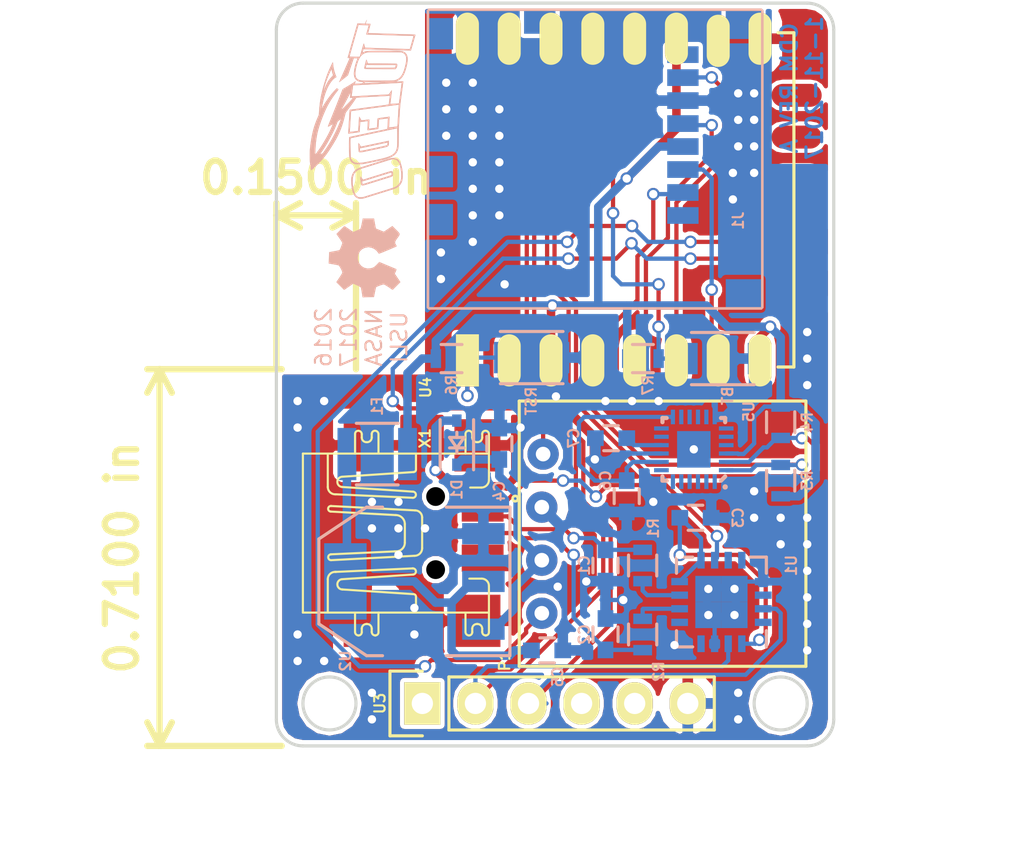
<source format=kicad_pcb>
(kicad_pcb (version 4) (host pcbnew 4.0.4+dfsg1-stable)
  (layers (0 F.Cu signal) (31 B.Cu signal) (34 B.Paste user) (35 F.Paste user) (36 B.SilkS user) (37 F.SilkS user) (38 B.Mask user) (39 F.Mask user) (44 Edge.Cuts user))
  (net 0 "")
  (net 1 "Net-(C1-Pad1)")
  (net 2 GND)
  (net 3 "Net-(C2-Pad1)")
  (net 4 "Net-(C3-Pad1)")
  (net 5 +9V)
  (net 6 +3V3)
  (net 7 "Net-(C6-Pad1)")
  (net 8 "Net-(C7-Pad1)")
  (net 9 "Net-(J1-Pad1)")
  (net 10 SD_CS)
  (net 11 MOSI)
  (net 12 SCK)
  (net 13 MISO)
  (net 14 "Net-(J1-Pad8)")
  (net 15 "Net-(J1-PadDL)")
  (net 16 "Net-(J1-PadDS)")
  (net 17 "Net-(R1-Pad1)")
  (net 18 "Net-(R2-Pad2)")
  (net 19 SDA)
  (net 20 SCL)
  (net 21 "Net-(R6-Pad2)")
  (net 22 RX_FTDI)
  (net 23 "Net-(U1-Pad4)")
  (net 24 "Net-(U1-Pad5)")
  (net 25 +5V)
  (net 26 "Net-(U1-Pad11)")
  (net 27 "Net-(U1-Pad12)")
  (net 28 "Net-(U1-Pad14)")
  (net 29 TX_FTDI)
  (net 30 "Net-(U1-Pad16)")
  (net 31 "Net-(U3-Pad1)")
  (net 32 "Net-(U3-Pad4)")
  (net 33 "Net-(U3-Pad5)")
  (net 34 "Net-(U4-Pad2)")
  (net 35 AUX)
  (net 36 SERVO_PWM)
  (net 37 "Net-(U5-Pad1)")
  (net 38 "Net-(U5-Pad7)")
  (net 39 "Net-(U5-Pad11)")
  (net 40 "Net-(U5-Pad12)")
  (net 41 "Net-(U5-Pad19)")
  (net 42 "Net-(U5-Pad20)")
  (net 43 "Net-(U5-Pad21)")
  (net 44 "Net-(U5-Pad25)")
  (net 45 "Net-(X1-Pad4)")
  (net 46 "Net-(C5-Pad1)")
  (net 47 "Net-(U4-Pad9)")
  (net 48 "Net-(BT1-Pad2)")
  (net 49 "Net-(U4-Pad10)")
  (net 50 "Net-(U4-Pad13)")
  (net 51 "Net-(U4-Pad14)")
  (module "MOD:GND VIA" (layer F.Cu) (at 161.036 129.286)
    (fp_text reference REF** hide)
    (fp_text value "GND VIA" hide)
    (pad 1 thru_hole circle (at 0 1.27) (size 0.6 0.6) (drill 0.4) (layers *.Cu) (net 2 GND))
  )
  (module "MOD:GND VIA" (layer F.Cu) (at 176.784 121.666)
    (fp_text reference REF** hide)
    (fp_text value "GND VIA" hide)
    (pad 1 thru_hole circle (at 0 1.27) (size 0.6 0.6) (drill 0.4) (layers *.Cu) (net 2 GND))
  )
  (module "MOD:GND VIA" (layer F.Cu) (at 180.848 132.08)
    (fp_text reference REF** hide)
    (fp_text value "GND VIA" hide)
    (pad 1 thru_hole circle (at 0 1.27) (size 0.6 0.6) (drill 0.4) (layers *.Cu) (net 2 GND))
  )
  (module "MOD:GND VIA" (layer F.Cu) (at 180.848 130.81)
    (fp_text reference REF** hide)
    (fp_text value "GND VIA" hide)
    (pad 1 thru_hole circle (at 0 1.27) (size 0.6 0.6) (drill 0.4) (layers *.Cu) (net 2 GND))
  )
  (module "MOD:GND VIA" (layer F.Cu) (at 177.8 128.524)
    (fp_text reference REF** hide)
    (fp_text value "GND VIA" hide)
    (pad 1 thru_hole circle (at 0 1.27) (size 0.6 0.6) (drill 0.4) (layers *.Cu) (net 2 GND))
  )
  (module "MOD:GND VIA" (layer F.Cu) (at 165.354 126.746)
    (fp_text reference REF** hide)
    (fp_text value "GND VIA" hide)
    (pad 1 thru_hole circle (at 0 1.27) (size 0.6 0.6) (drill 0.4) (layers *.Cu) (net 2 GND))
  )
  (module "MOD:GND VIA" (layer F.Cu) (at 165.354 128.016)
    (fp_text reference REF** hide)
    (fp_text value "GND VIA" hide)
    (pad 1 thru_hole circle (at 0 1.27) (size 0.6 0.6) (drill 0.4) (layers *.Cu) (net 2 GND))
  )
  (module "MOD:GND VIA" (layer F.Cu) (at 163.322 132.08)
    (fp_text reference REF** hide)
    (fp_text value "GND VIA" hide)
    (pad 1 thru_hole circle (at 0 1.27) (size 0.6 0.6) (drill 0.4) (layers *.Cu) (net 2 GND))
  )
  (module "MOD:GND VIA" (layer F.Cu) (at 163.322 130.81)
    (fp_text reference REF** hide)
    (fp_text value "GND VIA" hide)
    (pad 1 thru_hole circle (at 0 1.27) (size 0.6 0.6) (drill 0.4) (layers *.Cu) (net 2 GND))
  )
  (module "MOD:GND VIA" (layer F.Cu) (at 177.038 116.84)
    (fp_text reference REF** hide)
    (fp_text value "GND VIA" hide)
    (pad 1 thru_hole circle (at 0 1.27) (size 0.6 0.6) (drill 0.4) (layers *.Cu) (net 2 GND))
  )
  (module "MOD:GND VIA" (layer F.Cu) (at 175.768 116.84)
    (fp_text reference REF** hide)
    (fp_text value "GND VIA" hide)
    (pad 1 thru_hole circle (at 0 1.27) (size 0.6 0.6) (drill 0.4) (layers *.Cu) (net 2 GND))
  )
  (module "MOD:GND VIA" (layer F.Cu) (at 174.498 116.84)
    (fp_text reference REF** hide)
    (fp_text value "GND VIA" hide)
    (pad 1 thru_hole circle (at 0 1.27) (size 0.6 0.6) (drill 0.4) (layers *.Cu) (net 2 GND))
  )
  (module "MOD:GND VIA" (layer F.Cu) (at 165.862 122.936)
    (fp_text reference REF** hide)
    (fp_text value "GND VIA" hide)
    (pad 1 thru_hole circle (at 0 1.27) (size 0.6 0.6) (drill 0.4) (layers *.Cu) (net 2 GND))
  )
  (module "MOD:GND VIA" (layer F.Cu) (at 164.592 124.206)
    (fp_text reference REF** hide)
    (fp_text value "GND VIA" hide)
    (pad 1 thru_hole circle (at 0 1.27) (size 0.6 0.6) (drill 0.4) (layers *.Cu) (net 2 GND))
  )
  (module "MOD:GND VIA" (layer F.Cu) (at 164.592 122.936)
    (fp_text reference REF** hide)
    (fp_text value "GND VIA" hide)
    (pad 1 thru_hole circle (at 0 1.27) (size 0.6 0.6) (drill 0.4) (layers *.Cu) (net 2 GND))
  )
  (module "MOD:GND VIA" (layer F.Cu) (at 164.592 121.666)
    (fp_text reference REF** hide)
    (fp_text value "GND VIA" hide)
    (pad 1 thru_hole circle (at 0 1.27) (size 0.6 0.6) (drill 0.4) (layers *.Cu) (net 2 GND))
  )
  (module "MOD:GND VIA" (layer F.Cu) (at 163.322 122.936)
    (fp_text reference REF** hide)
    (fp_text value "GND VIA" hide)
    (pad 1 thru_hole circle (at 0 1.27) (size 0.6 0.6) (drill 0.4) (layers *.Cu) (net 2 GND))
  )
  (module "MOD:GND VIA" (layer F.Cu) (at 163.322 121.666)
    (fp_text reference REF** hide)
    (fp_text value "GND VIA" hide)
    (pad 1 thru_hole circle (at 0 1.27) (size 0.6 0.6) (drill 0.4) (layers *.Cu) (net 2 GND))
  )
  (module "MOD:GND VIA" (layer F.Cu) (at 161.036 116.84)
    (fp_text reference REF** hide)
    (fp_text value "GND VIA" hide)
    (pad 1 thru_hole circle (at 0 1.27) (size 0.6 0.6) (drill 0.4) (layers *.Cu) (net 2 GND))
  )
  (module "MOD:GND VIA" (layer F.Cu) (at 159.766 129.286)
    (fp_text reference REF** hide)
    (fp_text value "GND VIA" hide)
    (pad 1 thru_hole circle (at 0 1.27) (size 0.6 0.6) (drill 0.4) (layers *.Cu) (net 2 GND))
  )
  (module "MOD:GND VIA" (layer F.Cu) (at 159.766 128.016)
    (fp_text reference REF** hide)
    (fp_text value "GND VIA" hide)
    (pad 1 thru_hole circle (at 0 1.27) (size 0.6 0.6) (drill 0.4) (layers *.Cu) (net 2 GND))
  )
  (module "MOD:GND VIA" (layer F.Cu) (at 159.766 118.11)
    (fp_text reference REF** hide)
    (fp_text value "GND VIA" hide)
    (pad 1 thru_hole circle (at 0 1.27) (size 0.6 0.6) (drill 0.4) (layers *.Cu) (net 2 GND))
  )
  (module "MOD:GND VIA" (layer F.Cu) (at 159.766 116.84)
    (fp_text reference REF** hide)
    (fp_text value "GND VIA" hide)
    (pad 1 thru_hole circle (at 0 1.27) (size 0.6 0.6) (drill 0.4) (layers *.Cu) (net 2 GND))
  )
  (module "MOD:GND VIA" (layer F.Cu) (at 181.61 121.158)
    (fp_text reference REF** hide)
    (fp_text value "GND VIA" hide)
    (pad 1 thru_hole circle (at 0 1.27) (size 0.6 0.6) (drill 0.4) (layers *.Cu) (net 2 GND))
  )
  (module "MOD:GND VIA" (layer F.Cu) (at 181.61 122.428)
    (fp_text reference REF** hide)
    (fp_text value "GND VIA" hide)
    (pad 1 thru_hole circle (at 0 1.27) (size 0.6 0.6) (drill 0.4) (layers *.Cu) (net 2 GND))
  )
  (module "MOD:GND VIA" (layer F.Cu) (at 182.88 123.698)
    (fp_text reference REF** hide)
    (fp_text value "GND VIA" hide)
    (pad 1 thru_hole circle (at 0 1.27) (size 0.6 0.6) (drill 0.4) (layers *.Cu) (net 2 GND))
  )
  (module "MOD:GND VIA" (layer F.Cu) (at 182.88 122.428)
    (fp_text reference REF** hide)
    (fp_text value "GND VIA" hide)
    (pad 1 thru_hole circle (at 0 1.27) (size 0.6 0.6) (drill 0.4) (layers *.Cu) (net 2 GND))
  )
  (module "MOD:GND VIA" (layer F.Cu) (at 184.15 128.778)
    (fp_text reference REF** hide)
    (fp_text value "GND VIA" hide)
    (pad 1 thru_hole circle (at 0 1.27) (size 0.6 0.6) (drill 0.4) (layers *.Cu) (net 2 GND))
  )
  (module "MOD:GND VIA" (layer F.Cu) (at 184.15 127.508)
    (fp_text reference REF** hide)
    (fp_text value "GND VIA" hide)
    (pad 1 thru_hole circle (at 0 1.27) (size 0.6 0.6) (drill 0.4) (layers *.Cu) (net 2 GND))
  )
  (module "MOD:GND VIA" (layer F.Cu) (at 184.15 126.238)
    (fp_text reference REF** hide)
    (fp_text value "GND VIA" hide)
    (pad 1 thru_hole circle (at 0 1.27) (size 0.6 0.6) (drill 0.4) (layers *.Cu) (net 2 GND))
  )
  (module "MOD:GND VIA" (layer F.Cu) (at 184.15 116.078)
    (fp_text reference REF** hide)
    (fp_text value "GND VIA" hide)
    (pad 1 thru_hole circle (at 0 1.27) (size 0.6 0.6) (drill 0.4) (layers *.Cu) (net 2 GND))
  )
  (module "MOD:GND VIA" (layer F.Cu) (at 184.15 124.968)
    (fp_text reference REF** hide)
    (fp_text value "GND VIA" hide)
    (pad 1 thru_hole circle (at 0 1.27) (size 0.6 0.6) (drill 0.4) (layers *.Cu) (net 2 GND))
  )
  (module "MOD:GND VIA" (layer F.Cu) (at 184.15 123.698)
    (fp_text reference REF** hide)
    (fp_text value "GND VIA" hide)
    (pad 1 thru_hole circle (at 0 1.27) (size 0.6 0.6) (drill 0.4) (layers *.Cu) (net 2 GND))
  )
  (module "MOD:GND VIA" (layer F.Cu) (at 184.15 122.428)
    (fp_text reference REF** hide)
    (fp_text value "GND VIA" hide)
    (pad 1 thru_hole circle (at 0 1.27) (size 0.6 0.6) (drill 0.4) (layers *.Cu) (net 2 GND))
  )
  (module "MOD:GND VIA" (layer F.Cu) (at 184.15 113.538)
    (fp_text reference REF** hide)
    (fp_text value "GND VIA" hide)
    (pad 1 thru_hole circle (at 0 1.27) (size 0.6 0.6) (drill 0.4) (layers *.Cu) (net 2 GND))
  )
  (module "MOD:GND VIA" (layer F.Cu) (at 184.15 114.808)
    (fp_text reference REF** hide)
    (fp_text value "GND VIA" hide)
    (pad 1 thru_hole circle (at 0 1.27) (size 0.6 0.6) (drill 0.4) (layers *.Cu) (net 2 GND))
  )
  (module "MOD:GND VIA" (layer F.Cu) (at 180.848 104.648)
    (fp_text reference REF** hide)
    (fp_text value "GND VIA" hide)
    (pad 1 thru_hole circle (at 0 1.27) (size 0.6 0.6) (drill 0.4) (layers *.Cu) (net 2 GND))
  )
  (module "MOD:GND VIA" (layer F.Cu) (at 180.848 102.108)
    (fp_text reference REF** hide)
    (fp_text value "GND VIA" hide)
    (pad 1 thru_hole circle (at 0 1.27) (size 0.6 0.6) (drill 0.4) (layers *.Cu) (net 2 GND))
  )
  (module "MOD:GND VIA" (layer F.Cu) (at 181.61 103.378)
    (fp_text reference REF** hide)
    (fp_text value "GND VIA" hide)
    (pad 1 thru_hole circle (at 0 1.27) (size 0.6 0.6) (drill 0.4) (layers *.Cu) (net 2 GND))
  )
  (module "MOD:GND VIA" (layer F.Cu) (at 181.61 102.108)
    (fp_text reference REF** hide)
    (fp_text value "GND VIA" hide)
    (pad 1 thru_hole circle (at 0 1.27) (size 0.6 0.6) (drill 0.4) (layers *.Cu) (net 2 GND))
  )
  (module "MOD:GND VIA" (layer F.Cu) (at 180.848 103.378)
    (fp_text reference REF** hide)
    (fp_text value "GND VIA" hide)
    (pad 1 thru_hole circle (at 0 1.27) (size 0.6 0.6) (drill 0.4) (layers *.Cu) (net 2 GND))
  )
  (module "MOD:GND VIA" (layer F.Cu) (at 181.61 104.648)
    (fp_text reference REF** hide)
    (fp_text value "GND VIA" hide)
    (pad 1 thru_hole circle (at 0 1.27) (size 0.6 0.6) (drill 0.4) (layers *.Cu) (net 2 GND))
  )
  (module "MOD:GND VIA" (layer F.Cu) (at 181.61 105.918)
    (fp_text reference REF** hide)
    (fp_text value "GND VIA" hide)
    (pad 1 thru_hole circle (at 0 1.27) (size 0.6 0.6) (drill 0.4) (layers *.Cu) (net 2 GND))
  )
  (module "MOD:GND VIA" (layer F.Cu) (at 180.594 105.918)
    (fp_text reference REF** hide)
    (fp_text value "GND VIA" hide)
    (pad 1 thru_hole circle (at 0 1.27) (size 0.6 0.6) (drill 0.4) (layers *.Cu) (net 2 GND))
  )
  (module "MOD:GND VIA" (layer F.Cu) (at 180.594 107.188)
    (fp_text reference REF** hide)
    (fp_text value "GND VIA" hide)
    (pad 1 thru_hole circle (at 0 1.27) (size 0.6 0.6) (drill 0.4) (layers *.Cu) (net 2 GND))
  )
  (module "MOD:GND VIA" (layer F.Cu) (at 166.624 109.728)
    (fp_text reference REF** hide)
    (fp_text value "GND VIA" hide)
    (pad 1 thru_hole circle (at 0 1.27) (size 0.6 0.6) (drill 0.4) (layers *.Cu) (net 2 GND))
  )
  (module "MOD:GND VIA" (layer F.Cu) (at 169.672 111.252)
    (fp_text reference REF** hide)
    (fp_text value "GND VIA" hide)
    (pad 1 thru_hole circle (at 0 1.27) (size 0.6 0.6) (drill 0.4) (layers *.Cu) (net 2 GND))
  )
  (module "MOD:GND VIA" (layer F.Cu) (at 166.624 110.998)
    (fp_text reference REF** hide)
    (fp_text value "GND VIA" hide)
    (pad 1 thru_hole circle (at 0 1.27) (size 0.6 0.6) (drill 0.4) (layers *.Cu) (net 2 GND))
  )
  (module "MOD:GND VIA" (layer F.Cu) (at 168.148 109.22)
    (fp_text reference REF** hide)
    (fp_text value "GND VIA" hide)
    (pad 1 thru_hole circle (at 0 1.27) (size 0.6 0.6) (drill 0.4) (layers *.Cu) (net 2 GND))
  )
  (module "MOD:GND VIA" (layer F.Cu) (at 168.148 107.95)
    (fp_text reference REF** hide)
    (fp_text value "GND VIA" hide)
    (pad 1 thru_hole circle (at 0 1.27) (size 0.6 0.6) (drill 0.4) (layers *.Cu) (net 2 GND))
  )
  (module "MOD:GND VIA" (layer F.Cu) (at 169.418 107.95)
    (fp_text reference REF** hide)
    (fp_text value "GND VIA" hide)
    (pad 1 thru_hole circle (at 0 1.27) (size 0.6 0.6) (drill 0.4) (layers *.Cu) (net 2 GND))
  )
  (module "MOD:GND VIA" (layer F.Cu) (at 169.418 106.68)
    (fp_text reference REF** hide)
    (fp_text value "GND VIA" hide)
    (pad 1 thru_hole circle (at 0 1.27) (size 0.6 0.6) (drill 0.4) (layers *.Cu) (net 2 GND))
  )
  (module "MOD:GND VIA" (layer F.Cu) (at 168.148 106.68)
    (fp_text reference REF** hide)
    (fp_text value "GND VIA" hide)
    (pad 1 thru_hole circle (at 0 1.27) (size 0.6 0.6) (drill 0.4) (layers *.Cu) (net 2 GND))
  )
  (module "MOD:GND VIA" (layer F.Cu) (at 168.148 105.41)
    (fp_text reference REF** hide)
    (fp_text value "GND VIA" hide)
    (pad 1 thru_hole circle (at 0 1.27) (size 0.6 0.6) (drill 0.4) (layers *.Cu) (net 2 GND))
  )
  (module "MOD:GND VIA" (layer F.Cu) (at 169.418 105.41)
    (fp_text reference REF** hide)
    (fp_text value "GND VIA" hide)
    (pad 1 thru_hole circle (at 0 1.27) (size 0.6 0.6) (drill 0.4) (layers *.Cu) (net 2 GND))
  )
  (module "MOD:GND VIA" (layer F.Cu) (at 166.878 104.14)
    (fp_text reference REF** hide)
    (fp_text value "GND VIA" hide)
    (pad 1 thru_hole circle (at 0 1.27) (size 0.6 0.6) (drill 0.4) (layers *.Cu) (net 2 GND))
  )
  (module "MOD:GND VIA" (layer F.Cu) (at 169.418 104.14)
    (fp_text reference REF** hide)
    (fp_text value "GND VIA" hide)
    (pad 1 thru_hole circle (at 0 1.27) (size 0.6 0.6) (drill 0.4) (layers *.Cu) (net 2 GND))
  )
  (module "MOD:GND VIA" (layer F.Cu) (at 168.148 104.14)
    (fp_text reference REF** hide)
    (fp_text value "GND VIA" hide)
    (pad 1 thru_hole circle (at 0 1.27) (size 0.6 0.6) (drill 0.4) (layers *.Cu) (net 2 GND))
  )
  (module "MOD:GND VIA" (layer F.Cu) (at 168.148 101.6)
    (fp_text reference REF** hide)
    (fp_text value "GND VIA" hide)
    (pad 1 thru_hole circle (at 0 1.27) (size 0.6 0.6) (drill 0.4) (layers *.Cu) (net 2 GND))
  )
  (module "MOD:GND VIA" (layer F.Cu) (at 169.418 102.87)
    (fp_text reference REF** hide)
    (fp_text value "GND VIA" hide)
    (pad 1 thru_hole circle (at 0 1.27) (size 0.6 0.6) (drill 0.4) (layers *.Cu) (net 2 GND))
  )
  (module "MOD:GND VIA" (layer F.Cu) (at 168.148 102.87)
    (fp_text reference REF** hide)
    (fp_text value "GND VIA" hide)
    (pad 1 thru_hole circle (at 0 1.27) (size 0.6 0.6) (drill 0.4) (layers *.Cu) (net 2 GND))
  )
  (module "MOD:GND VIA" (layer F.Cu) (at 166.878 102.87)
    (fp_text reference REF** hide)
    (fp_text value "GND VIA" hide)
    (pad 1 thru_hole circle (at 0 1.27) (size 0.6 0.6) (drill 0.4) (layers *.Cu) (net 2 GND))
  )
  (module MOD:MOLEX_502570-0893 (layer B.Cu) (at 174.002 106.526 90)
    (fp_text reference J1 (at -2.948 6.846 90) (layer B.SilkS) (effects (font (size 0.5 0.5) (thickness 0.1)) (justify mirror)))
    (fp_text value 502570-0893 hide)
    (pad 1 smd rect (at -2.7 4.2 90) (size 0.8 1.5) (layers B.Cu B.Paste B.Mask) (net 9 "Net-(J1-Pad1)"))
    (pad 2 smd rect (at -1.6 4.2 90) (size 0.8 1.5) (layers B.Cu B.Paste B.Mask) (net 10 SD_CS))
    (pad 3 smd rect (at -0.5 4.2 90) (size 0.8 1.5) (layers B.Cu B.Paste B.Mask) (net 11 MOSI))
    (pad 4 smd rect (at 0.6 4.2 90) (size 0.8 1.5) (layers B.Cu B.Paste B.Mask) (net 6 +3V3))
    (pad 5 smd rect (at 1.7 4.2 90) (size 0.8 1.5) (layers B.Cu B.Paste B.Mask) (net 12 SCK))
    (pad 6 smd rect (at 2.8 4.2 90) (size 0.8 1.5) (layers B.Cu B.Paste B.Mask) (net 2 GND))
    (pad 7 smd rect (at 3.9 4.2 90) (size 0.8 1.5) (layers B.Cu B.Paste B.Mask) (net 13 MISO))
    (pad 8 smd rect (at 5 4.2 90) (size 0.8 1.5) (layers B.Cu B.Paste B.Mask) (net 14 "Net-(J1-Pad8)"))
    (pad SM1 smd rect (at -6.45 7.1 90) (size 1.4 1.7) (layers B.Cu B.Paste B.Mask))
    (pad SM2 smd rect (at 6.45 7.1 90) (size 1.4 1.7) (layers B.Cu B.Paste B.Mask))
    (pad DL smd rect (at 6.575 -2.65 90) (size 1.15 1.5) (layers B.Cu B.Paste B.Mask) (net 15 "Net-(J1-PadDL)"))
    (pad SM3 smd rect (at -2.9 -7.375 90) (size 1.5 1.15) (layers B.Cu B.Paste B.Mask))
    (pad DS smd rect (at -0.6 -7.375 90) (size 1.5 1.15) (layers B.Cu B.Paste B.Mask) (net 16 "Net-(J1-PadDS)"))
    (pad SM4 smd rect (at 6 -7.375 90) (size 1.5 1.15) (layers B.Cu B.Paste B.Mask))
  )
  (module Housings_DFN_QFN:QFN-16-1EP_4x4mm_Pitch0.65mm (layer B.Cu) (at 180.045 127.730001 90)
    (fp_text reference U1 (at 1.746001 3.343 270) (layer B.SilkS) (effects (font (size 0.5 0.5) (thickness 0.1)) (justify mirror)))
    (fp_text value FT230XQ-R hide)
    (pad 1 smd rect (at -2 0.975 90) (size 0.8 0.35) (layers B.Cu B.Paste B.Mask) (net 4 "Net-(C3-Pad1)"))
    (pad 2 smd rect (at -2 0.325 90) (size 0.8 0.35) (layers B.Cu B.Paste B.Mask) (net 22 RX_FTDI))
    (pad 3 smd rect (at -2 -0.325 90) (size 0.8 0.35) (layers B.Cu B.Paste B.Mask) (net 2 GND))
    (pad 4 smd rect (at -2 -0.975 90) (size 0.8 0.35) (layers B.Cu B.Paste B.Mask) (net 23 "Net-(U1-Pad4)"))
    (pad 5 smd rect (at -0.975 -2) (size 0.8 0.35) (layers B.Cu B.Paste B.Mask) (net 24 "Net-(U1-Pad5)"))
    (pad 6 smd rect (at -0.325 -2) (size 0.8 0.35) (layers B.Cu B.Paste B.Mask) (net 18 "Net-(R2-Pad2)"))
    (pad 7 smd rect (at 0.325 -2) (size 0.8 0.35) (layers B.Cu B.Paste B.Mask) (net 17 "Net-(R1-Pad1)"))
    (pad 8 smd rect (at 0.975 -2) (size 0.8 0.35) (layers B.Cu B.Paste B.Mask) (net 4 "Net-(C3-Pad1)"))
    (pad 9 smd rect (at 2 -0.975 90) (size 0.8 0.35) (layers B.Cu B.Paste B.Mask) (net 4 "Net-(C3-Pad1)"))
    (pad 10 smd rect (at 2 -0.325 90) (size 0.8 0.35) (layers B.Cu B.Paste B.Mask) (net 25 +5V))
    (pad 11 smd rect (at 2 0.325 90) (size 0.8 0.35) (layers B.Cu B.Paste B.Mask) (net 26 "Net-(U1-Pad11)"))
    (pad 12 smd rect (at 2 0.975 90) (size 0.8 0.35) (layers B.Cu B.Paste B.Mask) (net 27 "Net-(U1-Pad12)"))
    (pad 13 smd rect (at 0.975 2) (size 0.8 0.35) (layers B.Cu B.Paste B.Mask) (net 2 GND))
    (pad 14 smd rect (at 0.325 2) (size 0.8 0.35) (layers B.Cu B.Paste B.Mask) (net 28 "Net-(U1-Pad14)"))
    (pad 15 smd rect (at -0.325 2) (size 0.8 0.35) (layers B.Cu B.Paste B.Mask) (net 29 TX_FTDI))
    (pad 16 smd rect (at -0.975 2) (size 0.8 0.35) (layers B.Cu B.Paste B.Mask) (net 30 "Net-(U1-Pad16)"))
    (pad 17 smd rect (at 0.625 -0.625 90) (size 1.25 1.25) (layers B.Cu B.Paste B.Mask) (net 2 GND))
    (pad 17 smd rect (at 0.625 0.625 90) (size 1.25 1.25) (layers B.Cu B.Paste B.Mask) (net 2 GND))
    (pad 17 smd rect (at -0.625 -0.625 90) (size 1.25 1.25) (layers B.Cu B.Paste B.Mask) (net 2 GND))
    (pad 17 smd rect (at -0.625 0.625 90) (size 1.25 1.25) (layers B.Cu B.Paste B.Mask) (net 2 GND))
  )
  (module Pin_Headers:Pin_Header_Straight_1x06 (layer F.Cu) (at 165.735 132.588 90)
    (fp_text reference U3 (at 0 -2.032 90) (layer F.SilkS) (effects (font (size 0.5 0.5) (thickness 0.1))))
    (fp_text value FTDI hide)
    (pad 1 thru_hole rect (at 0 0 90) (size 2.032 1.7272) (drill 1.016) (layers *.Cu *.Mask F.SilkS) (net 31 "Net-(U3-Pad1)"))
    (pad 2 thru_hole oval (at 0 2.54 90) (size 2.032 1.7272) (drill 1.016) (layers *.Cu *.Mask F.SilkS) (net 22 RX_FTDI))
    (pad 3 thru_hole oval (at 0 5.08 90) (size 2.032 1.7272) (drill 1.016) (layers *.Cu *.Mask F.SilkS) (net 29 TX_FTDI))
    (pad 4 thru_hole oval (at 0 7.62 90) (size 2.032 1.7272) (drill 1.016) (layers *.Cu *.Mask F.SilkS) (net 32 "Net-(U3-Pad4)"))
    (pad 5 thru_hole oval (at 0 10.16 90) (size 2.032 1.7272) (drill 1.016) (layers *.Cu *.Mask F.SilkS) (net 33 "Net-(U3-Pad5)"))
    (pad 6 thru_hole oval (at 0 12.7 90) (size 2.032 1.7272) (drill 1.016) (layers *.Cu *.Mask F.SilkS) (net 2 GND))
  )
  (module MOD:QFN40P300X300X105-25N (layer B.Cu) (at 178.724 120.421999 90)
    (fp_text reference U5 (at 1.803999 2.632 270) (layer B.SilkS) (effects (font (size 0.5 0.5) (thickness 0.1)) (justify mirror)))
    (fp_text value MPU-9250 hide)
    (pad 1 smd rect (at -1.55 1 90) (size 0.7 0.2) (layers B.Cu B.Paste B.Mask) (net 37 "Net-(U5-Pad1)"))
    (pad 2 smd rect (at -1.55 0.6 90) (size 0.7 0.2) (layers B.Cu B.Paste B.Mask))
    (pad 3 smd rect (at -1.55 0.2 90) (size 0.7 0.2) (layers B.Cu B.Paste B.Mask))
    (pad 4 smd rect (at -1.55 -0.2 90) (size 0.7 0.2) (layers B.Cu B.Paste B.Mask))
    (pad 5 smd rect (at -1.55 -0.6 90) (size 0.7 0.2) (layers B.Cu B.Paste B.Mask))
    (pad 6 smd rect (at -1.55 -1 90) (size 0.7 0.2) (layers B.Cu B.Paste B.Mask))
    (pad 7 smd rect (at -1 -1.55) (size 0.7 0.2) (layers B.Cu B.Paste B.Mask) (net 38 "Net-(U5-Pad7)"))
    (pad 8 smd rect (at -0.6 -1.55) (size 0.7 0.2) (layers B.Cu B.Paste B.Mask) (net 7 "Net-(C6-Pad1)"))
    (pad 9 smd rect (at -0.2 -1.55) (size 0.7 0.2) (layers B.Cu B.Paste B.Mask) (net 2 GND))
    (pad 10 smd rect (at 0.2 -1.55) (size 0.7 0.2) (layers B.Cu B.Paste B.Mask) (net 8 "Net-(C7-Pad1)"))
    (pad 11 smd rect (at 0.6 -1.55) (size 0.7 0.2) (layers B.Cu B.Paste B.Mask) (net 39 "Net-(U5-Pad11)"))
    (pad 12 smd rect (at 1 -1.55) (size 0.7 0.2) (layers B.Cu B.Paste B.Mask) (net 40 "Net-(U5-Pad12)"))
    (pad 13 smd rect (at 1.55 -1 270) (size 0.7 0.2) (layers B.Cu B.Paste B.Mask) (net 7 "Net-(C6-Pad1)"))
    (pad 14 smd rect (at 1.55 -0.6 270) (size 0.7 0.2) (layers B.Cu B.Paste B.Mask))
    (pad 15 smd rect (at 1.55 -0.2 270) (size 0.7 0.2) (layers B.Cu B.Paste B.Mask))
    (pad 16 smd rect (at 1.55 0.2 270) (size 0.7 0.2) (layers B.Cu B.Paste B.Mask))
    (pad 17 smd rect (at 1.55 0.6 270) (size 0.7 0.2) (layers B.Cu B.Paste B.Mask))
    (pad 18 smd rect (at 1.55 1 270) (size 0.7 0.2) (layers B.Cu B.Paste B.Mask) (net 2 GND))
    (pad 19 smd rect (at 1 1.55 180) (size 0.7 0.2) (layers B.Cu B.Paste B.Mask) (net 41 "Net-(U5-Pad19)"))
    (pad 20 smd rect (at 0.6 1.55 180) (size 0.7 0.2) (layers B.Cu B.Paste B.Mask) (net 42 "Net-(U5-Pad20)"))
    (pad 21 smd rect (at 0.2 1.55 180) (size 0.7 0.2) (layers B.Cu B.Paste B.Mask) (net 43 "Net-(U5-Pad21)"))
    (pad 22 smd rect (at -0.2 1.55 180) (size 0.7 0.2) (layers B.Cu B.Paste B.Mask) (net 6 +3V3))
    (pad 23 smd rect (at -0.6 1.55 180) (size 0.7 0.2) (layers B.Cu B.Paste B.Mask) (net 20 SCL))
    (pad 24 smd rect (at -1 1.55 180) (size 0.7 0.2) (layers B.Cu B.Paste B.Mask) (net 19 SDA))
    (pad 25 smd rect (at 0 0 90) (size 1.75 1.6) (layers B.Cu B.Paste B.Mask) (net 44 "Net-(U5-Pad25)"))
  )
  (module MOD:UX60-MB-5ST (layer F.Cu) (at 168.91 124.432 270)
    (fp_text reference X1 (at -4.544 3.048 270) (layer F.SilkS) (effects (font (size 0.5 0.5) (thickness 0.1))))
    (fp_text value UX60-MB-5ST hide)
    (pad M3 smd rect (at -4.2 0.54) (size 2.2 2.5) (layers F.Cu F.Paste F.Mask) (net 2 GND))
    (pad M4 smd rect (at 4.2 0.54) (size 2.2 2.5) (layers F.Cu F.Paste F.Mask) (net 2 GND))
    (pad M2 smd rect (at -4.2 5.84) (size 2.2 2.5) (layers F.Cu F.Paste F.Mask) (net 2 GND))
    (pad M1 smd rect (at 4.2 5.84) (size 2.2 2.5) (layers F.Cu F.Paste F.Mask) (net 2 GND))
    (pad 1 smd rect (at -1.6 0.29) (size 2 0.5) (layers F.Cu F.Paste F.Mask) (net 25 +5V))
    (pad 2 smd rect (at -0.8 0.29) (size 2 0.5) (layers F.Cu F.Paste F.Mask) (net 1 "Net-(C1-Pad1)"))
    (pad 3 smd rect (at 0 0.29) (size 2 0.5) (layers F.Cu F.Paste F.Mask) (net 3 "Net-(C2-Pad1)"))
    (pad 4 smd rect (at 0.8 0.29) (size 2 0.5) (layers F.Cu F.Paste F.Mask) (net 45 "Net-(X1-Pad4)"))
    (pad 5 smd rect (at 1.6 0.29) (size 2 0.5) (layers F.Cu F.Paste F.Mask) (net 2 GND))
    (pad Hole np_thru_hole circle (at -1.75 2.54 270) (size 0.9 0.9) (drill 0.9) (layers))
    (pad Hole np_thru_hole circle (at 1.75 2.54 270) (size 0.9 0.9) (drill 0.9) (layers))
  )
  (module MOD:TE1X4 (layer F.Cu) (at 168.3385 125.73 90)
    (fp_text reference P1 (at -4.826 1.3335 90) (layer F.SilkS) (effects (font (size 0.5 0.5) (thickness 0.1))))
    (fp_text value TE1X4 hide)
    (pad 3 thru_hole circle (at 2.54 3.1115 90) (size 1.5 1.5) (drill 0.7) (layers *.Cu *.Mask) (net 2 GND))
    (pad 2 thru_hole circle (at 0 3.1115 90) (size 1.5 1.5) (drill 0.7) (layers *.Cu *.Mask) (net 5 +9V))
    (pad 1 thru_hole circle (at -2.54 3.1115 90) (size 1.5 1.5) (drill 0.7) (layers *.Cu *.Mask) (net 36 SERVO_PWM))
    (pad 4 thru_hole circle (at 5.08 3.175 90) (size 1.5 1.5) (drill 0.7) (layers *.Cu *.Mask) (net 35 AUX))
  )
  (module Capacitors_SMD:C_0603 (layer B.Cu) (at 174.498 125.984 270)
    (fp_text reference C1 (at 0 1.016 450) (layer B.SilkS) (effects (font (size 0.5 0.5) (thickness 0.1)) (justify mirror)))
    (fp_text value 47pF)
    (pad 1 smd rect (at -0.75 0 270) (size 0.8 0.75) (layers B.Cu B.Paste B.Mask) (net 1 "Net-(C1-Pad1)"))
    (pad 2 smd rect (at 0.75 0 270) (size 0.8 0.75) (layers B.Cu B.Paste B.Mask) (net 2 GND))
  )
  (module Capacitors_SMD:C_0603 (layer B.Cu) (at 174.498 129.274 90)
    (fp_text reference C2 (at -0.012 -1.016 270) (layer B.SilkS) (effects (font (size 0.5 0.5) (thickness 0.1)) (justify mirror)))
    (fp_text value 47pF)
    (pad 1 smd rect (at -0.75 0 90) (size 0.8 0.75) (layers B.Cu B.Paste B.Mask) (net 3 "Net-(C2-Pad1)"))
    (pad 2 smd rect (at 0.75 0 90) (size 0.8 0.75) (layers B.Cu B.Paste B.Mask) (net 2 GND))
  )
  (module Capacitors_SMD:C_0603 (layer B.Cu) (at 178.804 123.698)
    (fp_text reference C3 (at 2.044 0 270) (layer B.SilkS) (effects (font (size 0.5 0.5) (thickness 0.1)) (justify mirror)))
    (fp_text value .1uF)
    (pad 1 smd rect (at -0.75 0) (size 0.8 0.75) (layers B.Cu B.Paste B.Mask) (net 4 "Net-(C3-Pad1)"))
    (pad 2 smd rect (at 0.75 0) (size 0.8 0.75) (layers B.Cu B.Paste B.Mask) (net 2 GND))
  )
  (module Capacitors_SMD:C_0603 (layer B.Cu) (at 169.418 120.154 90)
    (fp_text reference C4 (at -2.274 0 270) (layer B.SilkS) (effects (font (size 0.5 0.5) (thickness 0.1)) (justify mirror)))
    (fp_text value 10uF)
    (pad 1 smd rect (at -0.75 0 90) (size 0.8 0.75) (layers B.Cu B.Paste B.Mask) (net 5 +9V))
    (pad 2 smd rect (at 0.75 0 90) (size 0.8 0.75) (layers B.Cu B.Paste B.Mask) (net 2 GND))
  )
  (module Capacitors_SMD:C_0603 (layer B.Cu) (at 171.704 130.048)
    (fp_text reference C5 (at 0.508 1.27 90) (layer B.SilkS) (effects (font (size 0.5 0.5) (thickness 0.1)) (justify mirror)))
    (fp_text value 22uF)
    (pad 1 smd rect (at -0.75 0) (size 0.8 0.75) (layers B.Cu B.Paste B.Mask) (net 46 "Net-(C5-Pad1)"))
    (pad 2 smd rect (at 0.75 0) (size 0.8 0.75) (layers B.Cu B.Paste B.Mask) (net 2 GND))
  )
  (module Capacitors_SMD:C_0603 (layer B.Cu) (at 175.514 122.67 270)
    (fp_text reference C6 (at -0.75 1.016 450) (layer B.SilkS) (effects (font (size 0.5 0.5) (thickness 0.1)) (justify mirror)))
    (fp_text value .1uF)
    (pad 1 smd rect (at -0.75 0 270) (size 0.8 0.75) (layers B.Cu B.Paste B.Mask) (net 7 "Net-(C6-Pad1)"))
    (pad 2 smd rect (at 0.75 0 270) (size 0.8 0.75) (layers B.Cu B.Paste B.Mask) (net 2 GND))
  )
  (module Capacitors_SMD:C_0603 (layer B.Cu) (at 174.764 119.888 180)
    (fp_text reference C7 (at 1.79 0 450) (layer B.SilkS) (effects (font (size 0.5 0.5) (thickness 0.1)) (justify mirror)))
    (fp_text value .1uF)
    (pad 1 smd rect (at -0.75 0 180) (size 0.8 0.75) (layers B.Cu B.Paste B.Mask) (net 8 "Net-(C7-Pad1)"))
    (pad 2 smd rect (at 0.75 0 180) (size 0.8 0.75) (layers B.Cu B.Paste B.Mask) (net 2 GND))
  )
  (module Resistors_SMD:R_0603 (layer B.Cu) (at 176.276 125.984 90)
    (fp_text reference R1 (at 1.778 0.508 270) (layer B.SilkS) (effects (font (size 0.5 0.5) (thickness 0.1)) (justify mirror)))
    (fp_text value 27)
    (pad 1 smd rect (at -0.75 0 90) (size 0.5 0.9) (layers B.Cu B.Paste B.Mask) (net 17 "Net-(R1-Pad1)"))
    (pad 2 smd rect (at 0.75 0 90) (size 0.5 0.9) (layers B.Cu B.Paste B.Mask) (net 1 "Net-(C1-Pad1)"))
  )
  (module Resistors_SMD:R_0603 (layer B.Cu) (at 176.276 129.286 90)
    (fp_text reference R2 (at -1.778 0.762 270) (layer B.SilkS) (effects (font (size 0.5 0.5) (thickness 0.1)) (justify mirror)))
    (fp_text value 27)
    (pad 1 smd rect (at -0.75 0 90) (size 0.5 0.9) (layers B.Cu B.Paste B.Mask) (net 3 "Net-(C2-Pad1)"))
    (pad 2 smd rect (at 0.75 0 90) (size 0.5 0.9) (layers B.Cu B.Paste B.Mask) (net 18 "Net-(R2-Pad2)"))
  )
  (module Resistors_SMD:R_0603 (layer B.Cu) (at 182.88 121.92 90)
    (fp_text reference R3 (at 0 1.27 270) (layer B.SilkS) (effects (font (size 0.5 0.5) (thickness 0.1)) (justify mirror)))
    (fp_text value 10K)
    (pad 1 smd rect (at -0.75 0 90) (size 0.5 0.9) (layers B.Cu B.Paste B.Mask) (net 6 +3V3))
    (pad 2 smd rect (at 0.75 0 90) (size 0.5 0.9) (layers B.Cu B.Paste B.Mask) (net 19 SDA))
  )
  (module Resistors_SMD:R_0603 (layer B.Cu) (at 182.88 119.126 270)
    (fp_text reference R4 (at 0 -1.270001 450) (layer B.SilkS) (effects (font (size 0.5 0.5) (thickness 0.1)) (justify mirror)))
    (fp_text value 10K)
    (pad 1 smd rect (at -0.75 0 270) (size 0.5 0.9) (layers B.Cu B.Paste B.Mask) (net 6 +3V3))
    (pad 2 smd rect (at 0.75 0 270) (size 0.5 0.9) (layers B.Cu B.Paste B.Mask) (net 20 SCL))
  )
  (module TO_SOT_Packages_SMD:SOT-223 (layer B.Cu) (at 165.354 126.746 270)
    (fp_text reference U2 (at 3.81 3.302 450) (layer B.SilkS) (effects (font (size 0.5 0.5) (thickness 0.1)) (justify mirror)))
    (fp_text value AZ1117)
    (pad 2 smd rect (at 0 3.302 270) (size 3.6576 2.032) (layers B.Cu B.Paste B.Mask) (net 46 "Net-(C5-Pad1)"))
    (pad 2 smd rect (at 0 -3.302 270) (size 1.016 2.032) (layers B.Cu B.Paste B.Mask) (net 46 "Net-(C5-Pad1)"))
    (pad 3 smd rect (at 2.286 -3.302 270) (size 1.016 2.032) (layers B.Cu B.Paste B.Mask) (net 5 +9V))
    (pad 1 smd rect (at -2.286 -3.302 270) (size 1.016 2.032) (layers B.Cu B.Paste B.Mask) (net 2 GND))
  )
  (module Resistors_SMD:R_1210 (layer B.Cu) (at 163.576 120.65 180)
    (fp_text reference F1 (at 0 2.286 270) (layer B.SilkS) (effects (font (size 0.5 0.5) (thickness 0.1)) (justify mirror)))
    (fp_text value FUSE)
    (pad 1 smd rect (at -1.45 0 180) (size 0.9 2.5) (layers B.Cu B.Paste B.Mask) (net 6 +3V3))
    (pad 2 smd rect (at 1.45 0 180) (size 0.9 2.5) (layers B.Cu B.Paste B.Mask) (net 46 "Net-(C5-Pad1)"))
  )
  (module Diodes_SMD:SOD-323 (layer B.Cu) (at 167.386 120.103 90)
    (fp_text reference D1 (at -2.247 0 270) (layer B.SilkS) (effects (font (size 0.5 0.5) (thickness 0.1)) (justify mirror)))
    (fp_text value D_Schottky)
    (pad 1 smd rect (at -1.055 0 90) (size 0.59 0.45) (layers B.Cu B.Paste B.Mask) (net 5 +9V))
    (pad 2 smd rect (at 1.055 0 90) (size 0.59 0.45) (layers B.Cu B.Paste B.Mask) (net 25 +5V))
  )
  (module "MOD:OSH LOGO" (layer B.Cu) (at 163.83 111.252 270)
    (fp_text reference G*** hide)
    (fp_text value LOGO hide)
  )
  (module "MOD:UT LOGO3" (layer B.Cu) (at 161.544 104.14 270)
    (fp_text reference G*** hide)
    (fp_text value LOGO hide)
  )
  (module "MOD:KXT 131 LHS" (layer B.Cu) (at 179.61 113.078 180)
    (fp_text reference BT (at -0.73 -4.778 270) (layer B.SilkS) (effects (font (size 0.5 0.5) (thickness 0.1)) (justify mirror)))
    (fp_text value Push_SW)
    (pad 1 smd rect (at -2 -3 180) (size 0.6 1.5) (layers B.Cu B.Paste B.Mask) (net 2 GND))
    (pad 2 smd rect (at 1 -3 180) (size 0.6 1.5) (layers B.Cu B.Paste B.Mask) (net 48 "Net-(BT1-Pad2)"))
  )
  (module "MOD:KXT 131 LHS" (layer B.Cu) (at 170.466 113.03 180)
    (fp_text reference RST (at -0.476 -5.08 270) (layer B.SilkS) (effects (font (size 0.5 0.5) (thickness 0.1)) (justify mirror)))
    (fp_text value Push_SW)
    (pad 1 smd rect (at -2 -3 180) (size 0.6 1.5) (layers B.Cu B.Paste B.Mask) (net 2 GND))
    (pad 2 smd rect (at 1 -3 180) (size 0.6 1.5) (layers B.Cu B.Paste B.Mask) (net 21 "Net-(R6-Pad2)"))
  )
  (module MOD:ESP-12E (layer F.Cu) (at 167.892 115.464 90)
    (fp_text reference U4 (at -2 -2 90) (layer F.SilkS) (effects (font (size 0.5 0.5) (thickness 0.1))))
    (fp_text value ESP-12E)
    (pad 1 smd rect (at 0 0 90) (size 2.5 1.1) (drill (offset -0.7 0)) (layers F.Cu F.SilkS F.Mask) (net 21 "Net-(R6-Pad2)"))
    (pad 2 smd oval (at 0 2 90) (size 2.5 1.1) (drill (offset -0.7 0)) (layers F.Cu F.SilkS F.Mask) (net 34 "Net-(U4-Pad2)"))
    (pad 3 smd oval (at 0 4 90) (size 2.5 1.1) (drill (offset -0.7 0)) (layers F.Cu F.SilkS F.Mask) (net 6 +3V3))
    (pad 4 smd oval (at 0 6 90) (size 2.5 1.1) (drill (offset -0.7 0)) (layers F.Cu F.SilkS F.Mask) (net 10 SD_CS))
    (pad 5 smd oval (at 0 8 90) (size 2.5 1.1) (drill (offset -0.7 0)) (layers F.Cu F.SilkS F.Mask) (net 12 SCK))
    (pad 6 smd oval (at 0 10 90) (size 2.5 1.1) (drill (offset -0.7 0)) (layers F.Cu F.SilkS F.Mask) (net 13 MISO))
    (pad 7 smd oval (at 0 12 90) (size 2.5 1.1) (drill (offset -0.7 0)) (layers F.Cu F.SilkS F.Mask) (net 11 MOSI))
    (pad 8 smd oval (at 0 14 90) (size 2.5 1.1) (drill (offset -0.7 0)) (layers F.Cu F.SilkS F.Mask) (net 6 +3V3))
    (pad 15 smd oval (at 14 14 90) (size 2.5 1.1) (drill (offset 0.7 0)) (layers F.Cu F.SilkS F.Mask) (net 2 GND))
    (pad 16 smd oval (at 14 12 90) (size 2.5 1.1) (drill (offset 0.6 0)) (layers F.Cu F.SilkS F.Mask) (net 2 GND))
    (pad 17 smd oval (at 14 10 90) (size 2.5 1.1) (drill (offset 0.7 0)) (layers F.Cu F.SilkS F.Mask) (net 6 +3V3))
    (pad 18 smd oval (at 14 8 90) (size 2.5 1.1) (drill (offset 0.7 0)) (layers F.Cu F.SilkS F.Mask) (net 48 "Net-(BT1-Pad2)"))
    (pad 19 smd oval (at 14 6 90) (size 2.5 1.1) (drill (offset 0.7 0)) (layers F.Cu F.SilkS F.Mask) (net 19 SDA))
    (pad 20 smd oval (at 14 4 90) (size 2.5 1.1) (drill (offset 0.7 0)) (layers F.Cu F.SilkS F.Mask) (net 20 SCL))
    (pad 21 smd oval (at 14 2 90) (size 2.5 1.1) (drill (offset 0.7 0)) (layers F.Cu F.SilkS F.Mask) (net 29 TX_FTDI))
    (pad 22 smd oval (at 14 0 90) (size 2.5 1.1) (drill (offset 0.7 0)) (layers F.Cu F.SilkS F.Mask) (net 22 RX_FTDI))
    (pad 9 smd oval (at 1.99 15.75 180) (size 2.4 1.1) (layers F.Cu F.Paste F.Mask) (net 47 "Net-(U4-Pad9)"))
    (pad 10 smd oval (at 3.99 15.75 180) (size 2.4 1.1) (layers F.Cu F.Paste F.Mask) (net 49 "Net-(U4-Pad10)"))
    (pad 11 smd oval (at 5.99 15.75 180) (size 2.4 1.1) (layers F.Cu F.Paste F.Mask) (net 35 AUX))
    (pad 12 smd oval (at 7.99 15.75 180) (size 2.4 1.1) (layers F.Cu F.Paste F.Mask) (net 36 SERVO_PWM))
    (pad 13 smd oval (at 9.99 15.75 180) (size 2.4 1.1) (layers F.Cu F.Paste F.Mask) (net 50 "Net-(U4-Pad13)"))
    (pad 14 smd oval (at 11.99 15.75 180) (size 2.4 1.1) (layers F.Cu F.Paste F.Mask) (net 51 "Net-(U4-Pad14)"))
  )
  (module Resistors_SMD:R_0603 (layer B.Cu) (at 167.132 116.078)
    (fp_text reference R6 (at 0 1.27 90) (layer B.SilkS) (effects (font (size 0.5 0.5) (thickness 0.1)) (justify mirror)))
    (fp_text value 10K)
    (pad 1 smd rect (at -0.75 0) (size 0.5 0.9) (layers B.Cu B.Paste B.Mask) (net 6 +3V3))
    (pad 2 smd rect (at 0.75 0) (size 0.5 0.9) (layers B.Cu B.Paste B.Mask) (net 21 "Net-(R6-Pad2)"))
  )
  (module Resistors_SMD:R_0603 (layer B.Cu) (at 176.288 116.078)
    (fp_text reference R7 (at 0.242 1.27 90) (layer B.SilkS) (effects (font (size 0.5 0.5) (thickness 0.1)) (justify mirror)))
    (fp_text value 10K)
    (pad 1 smd rect (at -0.75 0) (size 0.5 0.9) (layers B.Cu B.Paste B.Mask) (net 6 +3V3))
    (pad 2 smd rect (at 0.75 0) (size 0.5 0.9) (layers B.Cu B.Paste B.Mask) (net 48 "Net-(BT1-Pad2)"))
  )
  (module "MOD:GND VIA" (layer F.Cu) (at 166.878 101.6)
    (fp_text reference REF** hide)
    (fp_text value "GND VIA" hide)
    (pad 1 thru_hole circle (at 0 1.27) (size 0.6 0.6) (drill 0.4) (layers *.Cu) (net 2 GND))
  )
  (dimension 3.81 (width 0.3) (layer F.SilkS) (gr_text "0.1500 in" (at 160.655 107.87) (layer F.SilkS) (effects (font (size 1.5 1.5) (thickness 0.3)))) (feature1 (pts (xy 162.56 116.586) (xy 162.56 106.52))) (feature2 (pts (xy 158.75 116.586) (xy 158.75 106.52))) (crossbar (pts (xy 158.75 109.22) (xy 162.56 109.22))) (arrow1a (pts (xy 162.56 109.22) (xy 161.433496 109.806421))) (arrow1b (pts (xy 162.56 109.22) (xy 161.433496 108.633579))) (arrow2a (pts (xy 158.75 109.22) (xy 159.876504 109.806421))) (arrow2b (pts (xy 158.75 109.22) (xy 159.876504 108.633579))))
  (dimension 18.034 (width 0.3) (layer F.SilkS) (gr_text "0.7100 in" (at 151.812 125.603 270) (layer F.SilkS) (effects (font (size 1.5 1.5) (thickness 0.3)))) (feature1 (pts (xy 159.004 134.62) (xy 150.462 134.62))) (feature2 (pts (xy 159.004 116.586) (xy 150.462 116.586))) (crossbar (pts (xy 153.162 116.586) (xy 153.162 134.62))) (arrow1a (pts (xy 153.162 134.62) (xy 152.575579 133.493496))) (arrow1b (pts (xy 153.162 134.62) (xy 153.748421 133.493496))) (arrow2a (pts (xy 153.162 116.586) (xy 152.575579 117.712504))) (arrow2b (pts (xy 153.162 116.586) (xy 153.748421 117.712504))))
  (gr_text "CDM REV A\n1-11-2017" (at 183.896 103.124 90) (layer B.Cu) (effects (font (size 0.75 0.75)) (justify mirror)))
  (gr_text "2016\n2017\nNASA\nUSLI" (at 162.814 115.062 90) (layer B.SilkS) (effects (font (size 0.75 0.75) (thickness 0.1)) (justify mirror)))
  (gr_circle (center 182.88 132.588) (end 182.88 131.318) (layer Edge.Cuts) (width 0.15))
  (gr_circle (center 161.29 132.588) (end 161.29 131.318) (layer Edge.Cuts) (width 0.15))
  (gr_arc (start 184.15 133.35) (end 185.42 133.35) (angle 90) (layer Edge.Cuts) (width 0.15))
  (gr_arc (start 160.02 133.35) (end 160.02 134.62) (angle 90) (layer Edge.Cuts) (width 0.15))
  (gr_arc (start 184.15 100.33) (end 184.15 99.06) (angle 90) (layer Edge.Cuts) (width 0.15))
  (gr_arc (start 160.02 100.33) (end 158.75 100.33) (angle 90) (layer Edge.Cuts) (width 0.15))
  (gr_line (start 160.02 99.06) (end 184.15 99.06) (layer Edge.Cuts) (width 0.15))
  (gr_line (start 158.75 133.35) (end 158.75 100.33) (layer Edge.Cuts) (width 0.15))
  (gr_line (start 184.15 134.62) (end 160.02 134.62) (layer Edge.Cuts) (width 0.15))
  (gr_line (start 185.42 100.33) (end 185.42 133.35) (layer Edge.Cuts) (width 0.15))
  (segment (start 172.974 124.672797) (end 172.546004 124.244801) (width 0.2032) (layer F.Cu) (net 1))
  (segment (start 170.436001 124.244801) (end 169.8232 123.632) (width 0.2032) (layer F.Cu) (net 1))
  (segment (start 172.546004 124.244801) (end 170.436001 124.244801) (width 0.2032) (layer F.Cu) (net 1))
  (segment (start 169.8232 123.632) (end 168.62 123.632) (width 0.2032) (layer F.Cu) (net 1))
  (segment (start 174.498 125.234) (end 173.936797 124.672797) (width 0.2032) (layer B.Cu) (net 1))
  (segment (start 173.936797 124.672797) (end 172.974 124.672797) (width 0.2032) (layer B.Cu) (net 1))
  (via (at 172.974 124.672797) (size 0.6) (drill 0.4) (layers F.Cu B.Cu) (net 1))
  (segment (start 174.498 125.234) (end 176.276 125.234) (width 0.2032) (layer B.Cu) (net 1))
  (segment (start 172.454 130.048) (end 172.454 129.4698) (width 0.2032) (layer B.Cu) (net 2))
  (segment (start 172.454 129.4698) (end 172.504801 129.418999) (width 0.2032) (layer B.Cu) (net 2))
  (segment (start 172.504801 129.418999) (end 172.504801 127.292801) (width 0.2032) (layer B.Cu) (net 2))
  (segment (start 172.504801 127.292801) (end 172.212 127) (width 0.2032) (layer B.Cu) (net 2))
  (via (at 172.212 127) (size 0.6) (drill 0.4) (layers F.Cu B.Cu) (net 2))
  (segment (start 174.498 127.635) (end 174.498 128.524) (width 0.2032) (layer B.Cu) (net 2))
  (segment (start 174.498 126.734) (end 174.498 127.635) (width 0.2032) (layer B.Cu) (net 2))
  (segment (start 174.498 127.635) (end 175.349677 127.635) (width 0.2032) (layer B.Cu) (net 2))
  (via (at 175.349677 127.635) (size 0.6) (drill 0.4) (layers F.Cu B.Cu) (net 2))
  (segment (start 178.296 103.632) (end 178.202 103.726) (width 0.4064) (layer B.Cu) (net 2))
  (segment (start 170.434 119.38) (end 169.442 119.38) (width 0.2032) (layer B.Cu) (net 2))
  (segment (start 169.442 119.38) (end 169.418 119.404) (width 0.2032) (layer B.Cu) (net 2))
  (segment (start 168.37 120.232) (end 169.6732 120.232) (width 0.2032) (layer F.Cu) (net 2))
  (segment (start 170.434 119.4712) (end 170.434 119.38) (width 0.2032) (layer F.Cu) (net 2))
  (segment (start 169.6732 120.232) (end 170.434 119.4712) (width 0.2032) (layer F.Cu) (net 2))
  (via (at 170.434 119.38) (size 0.6) (drill 0.4) (layers F.Cu B.Cu) (net 2))
  (segment (start 174.498 126.734) (end 173.5908 126.734) (width 0.2032) (layer B.Cu) (net 2))
  (segment (start 173.5908 126.734) (end 173.5788 126.746) (width 0.2032) (layer B.Cu) (net 2))
  (via (at 173.5788 126.746) (size 0.6) (drill 0.4) (layers F.Cu B.Cu) (net 2))
  (segment (start 173.99 120.904) (end 173.99 120.04117) (width 0.2032) (layer F.Cu) (net 2))
  (via (at 172.128187 117.890376) (size 0.6) (drill 0.4) (layers F.Cu B.Cu) (net 2))
  (segment (start 173.99 120.04117) (end 172.128187 118.179357) (width 0.2032) (layer F.Cu) (net 2))
  (segment (start 172.128187 118.179357) (end 172.128187 117.890376) (width 0.2032) (layer F.Cu) (net 2))
  (segment (start 175.288001 120.621999) (end 175.006 120.904) (width 0.2032) (layer B.Cu) (net 2))
  (segment (start 175.006 120.904) (end 173.99 120.904) (width 0.2032) (layer B.Cu) (net 2))
  (segment (start 177.174 120.621999) (end 175.288001 120.621999) (width 0.2032) (layer B.Cu) (net 2))
  (segment (start 179.724 118.871999) (end 180.0272 118.871999) (width 0.2032) (layer B.Cu) (net 2))
  (segment (start 180.0272 118.871999) (end 181.61 117.289199) (width 0.2032) (layer B.Cu) (net 2))
  (segment (start 181.61 117.289199) (end 181.61 117.0312) (width 0.2032) (layer B.Cu) (net 2))
  (segment (start 181.61 117.0312) (end 181.61 116.078) (width 0.2032) (layer B.Cu) (net 2))
  (segment (start 179.892 101.464) (end 181.892 101.464) (width 0.4064) (layer F.Cu) (net 2))
  (segment (start 174.014 119.888) (end 174.014 120.88) (width 0.2032) (layer B.Cu) (net 2))
  (segment (start 174.014 120.88) (end 173.99 120.904) (width 0.2032) (layer B.Cu) (net 2))
  (via (at 173.99 120.904) (size 0.6) (drill 0.4) (layers F.Cu B.Cu) (net 2))
  (via (at 179.42 127.105001) (size 0.6) (drill 0.4) (layers F.Cu B.Cu) (net 2))
  (via (at 179.42 128.355001) (size 0.6) (drill 0.4) (layers F.Cu B.Cu) (net 2))
  (via (at 180.67 128.355001) (size 0.6) (drill 0.4) (layers F.Cu B.Cu) (net 2))
  (via (at 180.67 127.105001) (size 0.6) (drill 0.4) (layers F.Cu B.Cu) (net 2))
  (segment (start 182.045 126.755001) (end 181.02 126.755001) (width 0.2032) (layer B.Cu) (net 2))
  (segment (start 181.02 126.755001) (end 180.67 127.105001) (width 0.2032) (layer B.Cu) (net 2))
  (segment (start 179.72 129.730001) (end 179.72 128.655001) (width 0.2032) (layer B.Cu) (net 2))
  (segment (start 179.72 128.655001) (end 179.42 128.355001) (width 0.2032) (layer B.Cu) (net 2))
  (segment (start 168.62 124.432) (end 170.04845 124.432) (width 0.2032) (layer F.Cu) (net 3))
  (segment (start 170.04845 124.432) (end 170.291649 124.675199) (width 0.2032) (layer F.Cu) (net 3))
  (segment (start 170.291649 124.675199) (end 172.081296 124.675199) (width 0.2032) (layer F.Cu) (net 3))
  (segment (start 172.081296 124.675199) (end 172.882097 125.476) (width 0.2032) (layer F.Cu) (net 3))
  (segment (start 172.882097 125.476) (end 172.974 125.476) (width 0.2032) (layer F.Cu) (net 3))
  (segment (start 174.498 130.024) (end 174.498 129.999) (width 0.2032) (layer B.Cu) (net 3))
  (segment (start 174.498 129.999) (end 172.974 128.475) (width 0.2032) (layer B.Cu) (net 3))
  (segment (start 172.974 128.475) (end 172.974 125.476) (width 0.2032) (layer B.Cu) (net 3))
  (via (at 172.974 125.476) (size 0.6) (drill 0.4) (layers F.Cu B.Cu) (net 3))
  (segment (start 174.498 130.024) (end 176.264 130.024) (width 0.2032) (layer B.Cu) (net 3))
  (segment (start 176.264 130.024) (end 176.276 130.036) (width 0.2032) (layer B.Cu) (net 3))
  (segment (start 178.054 125.476) (end 178.054 123.698) (width 0.2032) (layer B.Cu) (net 4))
  (segment (start 180.848 125.476) (end 178.054 125.476) (width 0.2032) (layer F.Cu) (net 4))
  (via (at 178.054 125.476) (size 0.6) (drill 0.4) (layers F.Cu B.Cu) (net 4))
  (segment (start 182.163999 126.791999) (end 180.848 125.476) (width 0.2032) (layer F.Cu) (net 4))
  (segment (start 181.864 129.54) (end 182.163999 129.240001) (width 0.2032) (layer F.Cu) (net 4))
  (segment (start 182.163999 129.240001) (end 182.163999 126.791999) (width 0.2032) (layer F.Cu) (net 4))
  (segment (start 181.02 129.730001) (end 181.673999 129.730001) (width 0.2032) (layer B.Cu) (net 4))
  (segment (start 181.673999 129.730001) (end 181.864 129.54) (width 0.2032) (layer B.Cu) (net 4))
  (via (at 181.864 129.54) (size 0.6) (drill 0.4) (layers F.Cu B.Cu) (net 4))
  (segment (start 178.054 123.698) (end 178.079 123.698) (width 0.2032) (layer B.Cu) (net 4))
  (segment (start 178.079 123.698) (end 179.07 124.689) (width 0.2032) (layer B.Cu) (net 4))
  (segment (start 179.07 124.689) (end 179.07 125.126801) (width 0.2032) (layer B.Cu) (net 4))
  (segment (start 179.07 125.126801) (end 179.07 125.730001) (width 0.2032) (layer B.Cu) (net 4))
  (segment (start 179.07 125.730001) (end 178.045 126.755001) (width 0.2032) (layer B.Cu) (net 4))
  (segment (start 169.418 120.904) (end 167.64 120.904) (width 0.4064) (layer B.Cu) (net 5))
  (segment (start 167.64 120.904) (end 167.386 121.158) (width 0.4064) (layer B.Cu) (net 5))
  (segment (start 171.45 125.73) (end 170.293599 124.573599) (width 0.4064) (layer B.Cu) (net 5))
  (segment (start 170.293599 124.573599) (end 170.293599 122.585999) (width 0.4064) (layer B.Cu) (net 5))
  (segment (start 170.293599 122.585999) (end 169.418 121.7104) (width 0.4064) (layer B.Cu) (net 5))
  (segment (start 169.418 121.7104) (end 169.418 120.904) (width 0.4064) (layer B.Cu) (net 5))
  (segment (start 168.656 129.032) (end 169.164 129.032) (width 0.4064) (layer B.Cu) (net 5))
  (segment (start 169.164 129.032) (end 170.0784 128.1176) (width 0.4064) (layer B.Cu) (net 5))
  (segment (start 170.700001 126.479999) (end 171.45 125.73) (width 0.4064) (layer B.Cu) (net 5))
  (segment (start 170.0784 128.1176) (end 170.0784 127.1016) (width 0.4064) (layer B.Cu) (net 5))
  (segment (start 170.0784 127.1016) (end 170.700001 126.479999) (width 0.4064) (layer B.Cu) (net 5))
  (segment (start 182.88 118.376) (end 183.7364 118.376) (width 0.4064) (layer B.Cu) (net 6))
  (segment (start 183.7364 118.376) (end 184.551601 119.191201) (width 0.4064) (layer B.Cu) (net 6))
  (segment (start 184.551601 119.191201) (end 184.551601 121.854799) (width 0.4064) (layer B.Cu) (net 6))
  (segment (start 184.551601 121.854799) (end 183.7364 122.67) (width 0.4064) (layer B.Cu) (net 6))
  (segment (start 183.7364 122.67) (end 182.88 122.67) (width 0.4064) (layer B.Cu) (net 6))
  (segment (start 182.372 114.554) (end 182.88 115.062) (width 0.4064) (layer B.Cu) (net 6))
  (segment (start 182.88 115.062) (end 182.88 118.376) (width 0.4064) (layer B.Cu) (net 6))
  (segment (start 181.61 118.872) (end 182.106 118.376) (width 0.2032) (layer B.Cu) (net 6))
  (segment (start 182.106 118.376) (end 182.88 118.376) (width 0.2032) (layer B.Cu) (net 6))
  (segment (start 181.61 120.142) (end 181.61 118.872) (width 0.2032) (layer B.Cu) (net 6))
  (segment (start 181.109201 120.642799) (end 181.61 120.142) (width 0.2032) (layer B.Cu) (net 6))
  (segment (start 180.848 120.642799) (end 181.109201 120.642799) (width 0.2032) (layer B.Cu) (net 6))
  (segment (start 180.274 120.621999) (end 180.8272 120.621999) (width 0.2032) (layer B.Cu) (net 6))
  (segment (start 180.8272 120.621999) (end 180.848 120.642799) (width 0.2032) (layer B.Cu) (net 6))
  (segment (start 181.892 115.464) (end 181.892 115.034) (width 0.4064) (layer F.Cu) (net 6))
  (segment (start 181.892 115.034) (end 182.372 114.554) (width 0.4064) (layer F.Cu) (net 6))
  (via (at 182.372 114.554) (size 0.6) (drill 0.4) (layers F.Cu B.Cu) (net 6))
  (segment (start 174.151999 113.445999) (end 174.244 113.538) (width 0.4064) (layer B.Cu) (net 6))
  (segment (start 171.958 113.538) (end 174.244 113.538) (width 0.4064) (layer B.Cu) (net 6))
  (segment (start 174.244 113.538) (end 175.514 113.538) (width 0.4064) (layer B.Cu) (net 6))
  (segment (start 175.514 107.4576) (end 174.151999 108.819601) (width 0.4064) (layer B.Cu) (net 6))
  (segment (start 174.151999 108.819601) (end 174.151999 113.445999) (width 0.4064) (layer B.Cu) (net 6))
  (segment (start 168.0656 113.538) (end 171.958 113.538) (width 0.4064) (layer B.Cu) (net 6))
  (segment (start 171.892 113.604) (end 171.958 113.538) (width 0.4064) (layer F.Cu) (net 6))
  (segment (start 171.892 115.464) (end 171.892 113.604) (width 0.4064) (layer F.Cu) (net 6))
  (via (at 171.958 113.538) (size 0.6) (drill 0.4) (layers F.Cu B.Cu) (net 6))
  (segment (start 177.892 101.464) (end 177.892 105.0796) (width 0.4064) (layer F.Cu) (net 6))
  (segment (start 177.892 105.0796) (end 175.514 107.4576) (width 0.4064) (layer F.Cu) (net 6))
  (via (at 175.514 107.4576) (size 0.6) (drill 0.4) (layers F.Cu B.Cu) (net 6))
  (segment (start 175.514 113.538) (end 175.538 113.562) (width 0.4064) (layer B.Cu) (net 6))
  (segment (start 175.538 113.562) (end 175.538 116.078) (width 0.4064) (layer B.Cu) (net 6))
  (segment (start 175.514 113.538) (end 179.324 113.538) (width 0.4064) (layer B.Cu) (net 6))
  (segment (start 177.0456 105.926) (end 175.514 107.4576) (width 0.4064) (layer B.Cu) (net 6))
  (segment (start 178.202 105.926) (end 177.0456 105.926) (width 0.4064) (layer B.Cu) (net 6))
  (segment (start 166.382 116.078) (end 166.382 115.2216) (width 0.4064) (layer B.Cu) (net 6))
  (segment (start 166.382 115.2216) (end 168.0656 113.538) (width 0.4064) (layer B.Cu) (net 6))
  (segment (start 179.324 113.538) (end 180.34 114.554) (width 0.4064) (layer B.Cu) (net 6))
  (segment (start 180.34 114.554) (end 182.372 114.554) (width 0.4064) (layer B.Cu) (net 6))
  (segment (start 165.026 120.65) (end 165.026 116.7776) (width 0.4064) (layer B.Cu) (net 6))
  (segment (start 165.026 116.7776) (end 165.7256 116.078) (width 0.4064) (layer B.Cu) (net 6))
  (segment (start 165.7256 116.078) (end 166.382 116.078) (width 0.4064) (layer B.Cu) (net 6))
  (segment (start 173.228 121.158) (end 173.99 121.92) (width 0.2032) (layer B.Cu) (net 7))
  (segment (start 173.99 121.92) (end 175.514 121.92) (width 0.2032) (layer B.Cu) (net 7))
  (segment (start 173.228 119.126) (end 173.228 121.158) (width 0.2032) (layer B.Cu) (net 7))
  (segment (start 173.482001 118.871999) (end 173.228 119.126) (width 0.2032) (layer B.Cu) (net 7))
  (segment (start 177.724 118.871999) (end 173.482001 118.871999) (width 0.2032) (layer B.Cu) (net 7))
  (segment (start 175.514 121.92) (end 175.514 121.3168) (width 0.2032) (layer B.Cu) (net 7))
  (segment (start 175.514 121.3168) (end 175.808801 121.021999) (width 0.2032) (layer B.Cu) (net 7))
  (segment (start 175.808801 121.021999) (end 176.6208 121.021999) (width 0.2032) (layer B.Cu) (net 7))
  (segment (start 176.6208 121.021999) (end 177.174 121.021999) (width 0.2032) (layer B.Cu) (net 7))
  (segment (start 177.174 120.221999) (end 175.847999 120.221999) (width 0.2032) (layer B.Cu) (net 8))
  (segment (start 175.847999 120.221999) (end 175.514 119.888) (width 0.2032) (layer B.Cu) (net 8))
  (segment (start 176.784 110.42325) (end 176.784 108.204) (width 0.2032) (layer F.Cu) (net 10))
  (segment (start 176.02679 111.18046) (end 176.784 110.42325) (width 0.2032) (layer F.Cu) (net 10))
  (segment (start 173.892 115.464) (end 173.892 115.414) (width 0.2032) (layer F.Cu) (net 10))
  (segment (start 173.892 115.414) (end 176.026789 113.279211) (width 0.2032) (layer F.Cu) (net 10))
  (segment (start 176.026789 113.279211) (end 176.02679 111.18046) (width 0.2032) (layer F.Cu) (net 10))
  (segment (start 176.784 108.204) (end 178.124 108.204) (width 0.2032) (layer B.Cu) (net 10))
  (segment (start 178.124 108.204) (end 178.202 108.126) (width 0.2032) (layer B.Cu) (net 10))
  (via (at 176.784 108.204) (size 0.6) (drill 0.4) (layers F.Cu B.Cu) (net 10))
  (segment (start 179.578 112.776) (end 179.578 115.15) (width 0.2032) (layer F.Cu) (net 11))
  (segment (start 179.578 115.15) (end 179.892 115.464) (width 0.2032) (layer F.Cu) (net 11))
  (segment (start 178.202 107.026) (end 179.1552 107.026) (width 0.2032) (layer B.Cu) (net 11))
  (segment (start 179.1552 107.026) (end 179.578 107.4488) (width 0.2032) (layer B.Cu) (net 11))
  (segment (start 179.578 107.4488) (end 179.578 112.776) (width 0.2032) (layer B.Cu) (net 11))
  (via (at 179.578 112.776) (size 0.6) (drill 0.4) (layers F.Cu B.Cu) (net 11))
  (segment (start 177.48559 110.29641) (end 177.48559 108.397516) (width 0.2032) (layer F.Cu) (net 12))
  (segment (start 177.48559 108.397516) (end 179.578 106.305106) (width 0.2032) (layer F.Cu) (net 12))
  (segment (start 176.433199 114.650801) (end 176.433199 111.348801) (width 0.2032) (layer F.Cu) (net 12))
  (segment (start 176.433199 111.348801) (end 177.48559 110.29641) (width 0.2032) (layer F.Cu) (net 12))
  (segment (start 175.892 115.192) (end 176.433199 114.650801) (width 0.2032) (layer F.Cu) (net 12))
  (segment (start 175.892 115.464) (end 175.892 115.192) (width 0.2032) (layer F.Cu) (net 12))
  (segment (start 179.578 104.902) (end 178.278 104.902) (width 0.2032) (layer B.Cu) (net 12))
  (segment (start 178.278 104.902) (end 178.202 104.826) (width 0.2032) (layer B.Cu) (net 12))
  (segment (start 179.578 106.305106) (end 179.578 104.902) (width 0.2032) (layer F.Cu) (net 12))
  (via (at 179.578 104.902) (size 0.6) (drill 0.4) (layers F.Cu B.Cu) (net 12))
  (segment (start 179.578 102.616) (end 178.212 102.616) (width 0.2032) (layer B.Cu) (net 13))
  (segment (start 178.212 102.616) (end 178.202 102.626) (width 0.2032) (layer B.Cu) (net 13))
  (segment (start 177.892 108.62) (end 180.182801 106.329199) (width 0.2032) (layer F.Cu) (net 13))
  (segment (start 180.182801 106.329199) (end 180.182801 103.220801) (width 0.2032) (layer F.Cu) (net 13))
  (segment (start 180.182801 103.220801) (end 179.578 102.616) (width 0.2032) (layer F.Cu) (net 13))
  (via (at 179.578 102.616) (size 0.6) (drill 0.4) (layers F.Cu B.Cu) (net 13))
  (segment (start 177.892 115.464) (end 177.892 108.62) (width 0.2032) (layer F.Cu) (net 13))
  (segment (start 178.045 127.405001) (end 176.493801 127.405001) (width 0.2032) (layer B.Cu) (net 17))
  (segment (start 176.493801 127.405001) (end 176.276 127.1872) (width 0.2032) (layer B.Cu) (net 17))
  (segment (start 176.276 127.1872) (end 176.276 126.734) (width 0.2032) (layer B.Cu) (net 17))
  (segment (start 178.045 128.055001) (end 176.303799 128.055001) (width 0.2032) (layer B.Cu) (net 18))
  (segment (start 176.276 128.0828) (end 176.276 128.536) (width 0.2032) (layer B.Cu) (net 18))
  (segment (start 176.303799 128.055001) (end 176.276 128.0828) (width 0.2032) (layer B.Cu) (net 18))
  (segment (start 183.4436 121.158) (end 183.896 121.158) (width 0.2032) (layer F.Cu) (net 19))
  (segment (start 182.88 121.17) (end 183.884 121.17) (width 0.2032) (layer B.Cu) (net 19))
  (segment (start 183.884 121.17) (end 183.896 121.158) (width 0.2032) (layer B.Cu) (net 19))
  (via (at 183.896 121.158) (size 0.6) (drill 0.4) (layers F.Cu B.Cu) (net 19))
  (segment (start 180.274 121.4268) (end 181.462 121.4268) (width 0.2032) (layer B.Cu) (net 19))
  (segment (start 181.462 121.4268) (end 181.7188 121.17) (width 0.2032) (layer B.Cu) (net 19))
  (segment (start 181.7188 121.17) (end 182.88 121.17) (width 0.2032) (layer B.Cu) (net 19))
  (segment (start 172.05961 108.61039) (end 172.05961 112.31678) (width 0.2032) (layer F.Cu) (net 19))
  (segment (start 172.05961 112.31678) (end 173.08799 113.34516) (width 0.2032) (layer F.Cu) (net 19))
  (segment (start 173.08799 113.34516) (end 173.08799 117.71599) (width 0.2032) (layer F.Cu) (net 19))
  (segment (start 173.08799 102.26801) (end 173.08799 107.58201) (width 0.2032) (layer F.Cu) (net 19))
  (segment (start 173.08799 107.58201) (end 172.05961 108.61039) (width 0.2032) (layer F.Cu) (net 19))
  (segment (start 183.4436 121.158) (end 176.53 121.158) (width 0.2032) (layer F.Cu) (net 19))
  (segment (start 176.53 121.158) (end 173.08799 117.71599) (width 0.2032) (layer F.Cu) (net 19))
  (segment (start 173.08799 102.26801) (end 173.892 101.464) (width 0.2032) (layer F.Cu) (net 19))
  (segment (start 171.892 101.464) (end 171.892 101.788) (width 0.2032) (layer F.Cu) (net 20))
  (segment (start 172.73238 107.42962) (end 171.704 108.458) (width 0.2032) (layer F.Cu) (net 20))
  (segment (start 172.732381 117.863289) (end 176.581093 121.712001) (width 0.2032) (layer F.Cu) (net 20))
  (segment (start 171.892 101.788) (end 172.73238 102.62838) (width 0.2032) (layer F.Cu) (net 20))
  (segment (start 172.73238 102.62838) (end 172.73238 107.42962) (width 0.2032) (layer F.Cu) (net 20))
  (segment (start 184.450001 120.188001) (end 184.15 119.888) (width 0.2032) (layer F.Cu) (net 20))
  (segment (start 171.704 108.458) (end 171.704 112.464078) (width 0.2032) (layer F.Cu) (net 20))
  (segment (start 184.15 119.888) (end 183.896 119.888) (width 0.2032) (layer F.Cu) (net 20))
  (segment (start 171.704 112.464078) (end 172.732381 113.492459) (width 0.2032) (layer F.Cu) (net 20))
  (segment (start 172.732381 113.492459) (end 172.732381 117.863289) (width 0.2032) (layer F.Cu) (net 20))
  (segment (start 176.581093 121.712001) (end 184.161921 121.712001) (width 0.2032) (layer F.Cu) (net 20))
  (segment (start 184.161921 121.712001) (end 184.450001 121.423921) (width 0.2032) (layer F.Cu) (net 20))
  (segment (start 184.450001 121.423921) (end 184.450001 120.188001) (width 0.2032) (layer F.Cu) (net 20))
  (segment (start 182.88 119.876) (end 183.884 119.876) (width 0.2032) (layer B.Cu) (net 20))
  (segment (start 183.884 119.876) (end 183.896 119.888) (width 0.2032) (layer B.Cu) (net 20))
  (via (at 183.896 119.888) (size 0.6) (drill 0.4) (layers F.Cu B.Cu) (net 20))
  (segment (start 180.708781 121.02039) (end 181.365502 121.02039) (width 0.2032) (layer B.Cu) (net 20))
  (segment (start 181.365502 121.02039) (end 182.056692 120.3292) (width 0.2032) (layer B.Cu) (net 20))
  (segment (start 182.056692 120.3292) (end 182.2268 120.3292) (width 0.2032) (layer B.Cu) (net 20))
  (segment (start 182.2268 120.3292) (end 182.68 119.876) (width 0.2032) (layer B.Cu) (net 20))
  (segment (start 182.68 119.876) (end 182.88 119.876) (width 0.2032) (layer B.Cu) (net 20))
  (segment (start 180.708781 121.021999) (end 180.708781 121.02039) (width 0.2032) (layer B.Cu) (net 20))
  (segment (start 180.708781 121.02039) (end 180.274 121.021999) (width 0.2032) (layer B.Cu) (net 20))
  (segment (start 167.894 117.856) (end 167.894 115.466) (width 0.2032) (layer F.Cu) (net 21))
  (segment (start 167.894 115.466) (end 167.892 115.464) (width 0.2032) (layer F.Cu) (net 21))
  (segment (start 167.882 116.078) (end 167.882 117.844) (width 0.2032) (layer B.Cu) (net 21))
  (via (at 167.894 117.856) (size 0.6) (drill 0.4) (layers F.Cu B.Cu) (net 21))
  (segment (start 167.882 117.844) (end 167.894 117.856) (width 0.2032) (layer B.Cu) (net 21))
  (segment (start 169.466 116.03) (end 167.93 116.03) (width 0.2032) (layer B.Cu) (net 21))
  (segment (start 167.93 116.03) (end 167.882 116.078) (width 0.2032) (layer B.Cu) (net 21))
  (segment (start 180.37 129.730001) (end 180.37 130.526) (width 0.2032) (layer B.Cu) (net 22))
  (segment (start 180.37 130.526) (end 180.08599 130.81001) (width 0.2032) (layer B.Cu) (net 22))
  (segment (start 180.08599 130.81001) (end 168.83379 130.81001) (width 0.2032) (layer B.Cu) (net 22))
  (segment (start 168.83379 130.81001) (end 168.275 131.3688) (width 0.2032) (layer B.Cu) (net 22))
  (segment (start 168.275 131.3688) (end 168.275 132.588) (width 0.2032) (layer B.Cu) (net 22))
  (segment (start 170.1292 131.3688) (end 169.3418 131.3688) (width 0.2032) (layer F.Cu) (net 22))
  (segment (start 168.275 132.4356) (end 168.275 132.588) (width 0.2032) (layer F.Cu) (net 22))
  (segment (start 169.3418 131.3688) (end 168.275 132.4356) (width 0.2032) (layer F.Cu) (net 22))
  (segment (start 167.892 101.464) (end 168.012 101.464) (width 0.2032) (layer F.Cu) (net 22))
  (segment (start 168.012 101.464) (end 170.73238 104.18438) (width 0.2032) (layer F.Cu) (net 22))
  (segment (start 170.73238 104.18438) (end 170.73238 117.90038) (width 0.2032) (layer F.Cu) (net 22))
  (segment (start 170.73238 117.90038) (end 173.080389 120.248389) (width 0.2032) (layer F.Cu) (net 22))
  (segment (start 173.080389 120.248389) (end 173.08039 123.044421) (width 0.2032) (layer F.Cu) (net 22))
  (segment (start 173.08039 123.044421) (end 174.389267 124.353298) (width 0.2032) (layer F.Cu) (net 22))
  (segment (start 174.389267 124.353298) (end 174.389267 127.108733) (width 0.2032) (layer F.Cu) (net 22))
  (segment (start 174.389267 127.108733) (end 170.1292 131.3688) (width 0.2032) (layer F.Cu) (net 22))
  (segment (start 168.402 132.4356) (end 168.402 132.588) (width 0.2032) (layer F.Cu) (net 22))
  (segment (start 166.37 121.412) (end 167.79 122.832) (width 0.4064) (layer F.Cu) (net 25))
  (segment (start 167.79 122.832) (end 168.62 122.832) (width 0.4064) (layer F.Cu) (net 25))
  (segment (start 166.37 119.38) (end 166.37 121.412) (width 0.4064) (layer B.Cu) (net 25))
  (via (at 166.37 121.412) (size 0.6) (drill 0.4) (layers F.Cu B.Cu) (net 25))
  (segment (start 166.702 119.048) (end 166.37 119.38) (width 0.4064) (layer B.Cu) (net 25))
  (segment (start 167.386 119.048) (end 166.702 119.048) (width 0.4064) (layer B.Cu) (net 25))
  (segment (start 174.040799 122.682) (end 174.5876 122.135199) (width 0.2032) (layer F.Cu) (net 25))
  (segment (start 174.5876 122.135199) (end 177.390997 122.135199) (width 0.2032) (layer F.Cu) (net 25))
  (segment (start 172.466 121.92) (end 173.278799 121.92) (width 0.2032) (layer B.Cu) (net 25))
  (segment (start 173.278799 121.92) (end 174.040799 122.682) (width 0.2032) (layer B.Cu) (net 25))
  (via (at 174.040799 122.682) (size 0.6) (drill 0.4) (layers F.Cu B.Cu) (net 25))
  (segment (start 168.62 122.832) (end 169.8232 122.832) (width 0.2032) (layer F.Cu) (net 25))
  (segment (start 169.8232 122.832) (end 170.7352 121.92) (width 0.2032) (layer F.Cu) (net 25))
  (segment (start 170.7352 121.92) (end 172.466 121.92) (width 0.2032) (layer F.Cu) (net 25))
  (via (at 172.466 121.92) (size 0.6) (drill 0.4) (layers F.Cu B.Cu) (net 25))
  (segment (start 179.832 124.576202) (end 179.832 125.618001) (width 0.2032) (layer B.Cu) (net 25))
  (segment (start 179.832 125.618001) (end 179.72 125.730001) (width 0.2032) (layer B.Cu) (net 25))
  (segment (start 177.390997 122.135199) (end 179.832 124.576202) (width 0.2032) (layer F.Cu) (net 25))
  (via (at 179.832 124.576202) (size 0.6) (drill 0.4) (layers F.Cu B.Cu) (net 25))
  (segment (start 167.87 122.832) (end 168.62 122.832) (width 0.4064) (layer F.Cu) (net 25))
  (segment (start 182.045 128.055001) (end 182.665001 128.055001) (width 0.2032) (layer B.Cu) (net 29))
  (segment (start 182.665001 128.055001) (end 182.88 128.27) (width 0.2032) (layer B.Cu) (net 29))
  (segment (start 182.88 128.27) (end 182.88 129.54) (width 0.2032) (layer B.Cu) (net 29))
  (segment (start 181.20358 131.21642) (end 172.03418 131.21642) (width 0.2032) (layer B.Cu) (net 29))
  (segment (start 172.03418 131.21642) (end 170.815 132.4356) (width 0.2032) (layer B.Cu) (net 29))
  (segment (start 182.88 129.54) (end 181.20358 131.21642) (width 0.2032) (layer B.Cu) (net 29))
  (segment (start 170.815 132.4356) (end 170.815 132.588) (width 0.2032) (layer B.Cu) (net 29))
  (segment (start 171.704 131.826) (end 170.942 132.588) (width 0.2032) (layer F.Cu) (net 29))
  (segment (start 170.942 132.588) (end 170.815 132.588) (width 0.2032) (layer F.Cu) (net 29))
  (segment (start 174.744877 128.785123) (end 171.704 131.826) (width 0.2032) (layer F.Cu) (net 29))
  (segment (start 174.744877 128.632723) (end 174.744877 128.785123) (width 0.2032) (layer F.Cu) (net 29))
  (segment (start 169.892 101.464) (end 171.08799 102.65999) (width 0.2032) (layer F.Cu) (net 29))
  (segment (start 173.435999 120.061919) (end 173.435999 122.897122) (width 0.2032) (layer F.Cu) (net 29))
  (segment (start 171.08799 102.65999) (end 171.08799 117.71391) (width 0.2032) (layer F.Cu) (net 29))
  (segment (start 171.08799 117.71391) (end 173.435999 120.061919) (width 0.2032) (layer F.Cu) (net 29))
  (segment (start 173.435999 122.897122) (end 174.744877 124.206) (width 0.2032) (layer F.Cu) (net 29))
  (segment (start 174.744877 124.206) (end 174.744877 128.632723) (width 0.2032) (layer F.Cu) (net 29))
  (segment (start 170.942 132.4356) (end 170.942 132.588) (width 0.2032) (layer F.Cu) (net 29))
  (segment (start 170.942 132.588) (end 171.677219 132.588) (width 0.2032) (layer B.Cu) (net 29))
  (segment (start 164.3196 118.11) (end 164.670401 118.460801) (width 0.2032) (layer F.Cu) (net 35))
  (segment (start 164.670401 118.460801) (end 170.384961 118.460801) (width 0.2032) (layer F.Cu) (net 35))
  (segment (start 170.384961 118.460801) (end 171.5135 119.58934) (width 0.2032) (layer F.Cu) (net 35))
  (segment (start 171.5135 119.58934) (end 171.5135 120.65) (width 0.2032) (layer F.Cu) (net 35))
  (segment (start 172.72285 111.291073) (end 169.594093 111.291073) (width 0.2032) (layer B.Cu) (net 35))
  (segment (start 169.594093 111.291073) (end 164.3196 116.565566) (width 0.2032) (layer B.Cu) (net 35))
  (via (at 164.3196 118.11) (size 0.6) (drill 0.4) (layers F.Cu B.Cu) (net 35))
  (segment (start 164.3196 116.565566) (end 164.3196 118.11) (width 0.2032) (layer B.Cu) (net 35))
  (segment (start 175.741943 110.55726) (end 175.00813 111.291073) (width 0.2032) (layer F.Cu) (net 35))
  (segment (start 175.00813 111.291073) (end 172.72285 111.291073) (width 0.2032) (layer F.Cu) (net 35))
  (via (at 172.72285 111.291073) (size 0.6) (drill 0.4) (layers F.Cu B.Cu) (net 35))
  (segment (start 178.562 111.293203) (end 176.477886 111.293203) (width 0.2032) (layer B.Cu) (net 35))
  (segment (start 176.477886 111.293203) (end 175.741943 110.55726) (width 0.2032) (layer B.Cu) (net 35))
  (via (at 175.741943 110.55726) (size 0.6) (drill 0.4) (layers F.Cu B.Cu) (net 35))
  (segment (start 183.642 109.474) (end 182.992 109.474) (width 0.2032) (layer F.Cu) (net 35))
  (segment (start 182.992 109.474) (end 181.172797 111.293203) (width 0.2032) (layer F.Cu) (net 35))
  (segment (start 181.172797 111.293203) (end 178.562 111.293203) (width 0.2032) (layer F.Cu) (net 35))
  (via (at 178.562 111.293203) (size 0.6) (drill 0.4) (layers F.Cu B.Cu) (net 35))
  (segment (start 165.862 130.81) (end 166.161999 130.510001) (width 0.2032) (layer F.Cu) (net 36))
  (segment (start 166.161999 130.510001) (end 169.390641 130.510001) (width 0.2032) (layer F.Cu) (net 36))
  (segment (start 170.700001 129.019999) (end 171.45 128.27) (width 0.2032) (layer F.Cu) (net 36))
  (segment (start 169.390641 130.510001) (end 170.700001 129.200641) (width 0.2032) (layer F.Cu) (net 36))
  (segment (start 170.700001 129.200641) (end 170.700001 129.019999) (width 0.2032) (layer F.Cu) (net 36))
  (segment (start 172.66441 110.49) (end 169.820416 110.49) (width 0.2032) (layer B.Cu) (net 36))
  (segment (start 169.820416 110.49) (end 160.731199 119.579217) (width 0.2032) (layer B.Cu) (net 36))
  (segment (start 160.731199 119.579217) (end 160.731199 128.818641) (width 0.2032) (layer B.Cu) (net 36))
  (segment (start 162.722558 130.81) (end 165.862 130.81) (width 0.2032) (layer B.Cu) (net 36))
  (segment (start 160.731199 128.818641) (end 162.722558 130.81) (width 0.2032) (layer B.Cu) (net 36))
  (via (at 165.862 130.81) (size 0.6) (drill 0.4) (layers F.Cu B.Cu) (net 36))
  (segment (start 175.768 109.728) (end 173.42641 109.728) (width 0.2032) (layer F.Cu) (net 36))
  (segment (start 173.42641 109.728) (end 172.66441 110.49) (width 0.2032) (layer F.Cu) (net 36))
  (segment (start 178.562 110.49) (end 176.53 110.49) (width 0.2032) (layer B.Cu) (net 36))
  (via (at 175.768 109.728) (size 0.6) (drill 0.4) (layers F.Cu B.Cu) (net 36))
  (segment (start 176.53 110.49) (end 175.768 109.728) (width 0.2032) (layer B.Cu) (net 36))
  (via (at 172.66441 110.49) (size 0.6) (drill 0.4) (layers F.Cu B.Cu) (net 36))
  (segment (start 183.642 107.474) (end 182.992 107.474) (width 0.2032) (layer F.Cu) (net 36))
  (segment (start 182.992 107.474) (end 179.976 110.49) (width 0.2032) (layer F.Cu) (net 36))
  (segment (start 179.976 110.49) (end 178.562 110.49) (width 0.2032) (layer F.Cu) (net 36))
  (via (at 178.562 110.49) (size 0.6) (drill 0.4) (layers F.Cu B.Cu) (net 36))
  (via (at 178.724 120.421999) (size 0.6) (drill 0.4) (layers F.Cu B.Cu) (net 44))
  (segment (start 165.354 126.746) (end 166.37 127.762) (width 0.4064) (layer B.Cu) (net 46))
  (segment (start 166.37 127.762) (end 167.132 127.762) (width 0.4064) (layer B.Cu) (net 46))
  (segment (start 162.052 126.746) (end 165.354 126.746) (width 0.4064) (layer B.Cu) (net 46))
  (segment (start 162.126 120.65) (end 162.126 126.672) (width 0.4064) (layer B.Cu) (net 46))
  (segment (start 162.126 126.672) (end 162.052 126.746) (width 0.4064) (layer B.Cu) (net 46))
  (segment (start 167.132 130.048) (end 167.132 127.762) (width 0.4064) (layer B.Cu) (net 46))
  (segment (start 167.132 127.762) (end 168.148 126.746) (width 0.4064) (layer B.Cu) (net 46))
  (segment (start 168.148 126.746) (end 168.656 126.746) (width 0.4064) (layer B.Cu) (net 46))
  (segment (start 167.386 130.302) (end 167.132 130.048) (width 0.4064) (layer B.Cu) (net 46))
  (segment (start 169.8936 130.302) (end 167.386 130.302) (width 0.4064) (layer B.Cu) (net 46))
  (segment (start 170.954 130.048) (end 170.1476 130.048) (width 0.4064) (layer B.Cu) (net 46))
  (segment (start 170.1476 130.048) (end 169.8936 130.302) (width 0.4064) (layer B.Cu) (net 46))
  (segment (start 174.8584 109.1136) (end 174.8584 112.1204) (width 0.2032) (layer B.Cu) (net 48))
  (segment (start 175.26 112.522) (end 177.038 112.522) (width 0.2032) (layer B.Cu) (net 48))
  (segment (start 174.8584 112.1204) (end 175.26 112.522) (width 0.2032) (layer B.Cu) (net 48))
  (segment (start 177.038 114.554) (end 177.038 116.078) (width 0.2032) (layer B.Cu) (net 48))
  (segment (start 177.038 112.522) (end 177.038 112.946264) (width 0.2032) (layer F.Cu) (net 48))
  (segment (start 177.038 112.946264) (end 177.038 114.554) (width 0.2032) (layer F.Cu) (net 48))
  (via (at 177.038 114.554) (size 0.6) (drill 0.4) (layers F.Cu B.Cu) (net 48))
  (via (at 177.038 112.522) (size 0.6) (drill 0.4) (layers F.Cu B.Cu) (net 48))
  (via (at 174.8584 109.1136) (size 0.6) (drill 0.4) (layers F.Cu B.Cu) (net 48))
  (segment (start 175.892 101.464) (end 174.8584 102.4976) (width 0.2032) (layer F.Cu) (net 48))
  (segment (start 174.8584 102.4976) (end 174.8584 109.1136) (width 0.2032) (layer F.Cu) (net 48))
  (segment (start 178.61 116.078) (end 177.038 116.078) (width 0.2032) (layer B.Cu) (net 48))
  (zone (net 2) (net_name GND) (layer F.Cu) (connect_pads (clearance 0.2032)) (min_thickness 0.2032) (fill yes (arc_segments 16) (thermal_gap 0.508) (thermal_bridge_width 0.508))
    (polygon (pts (xy 158.75 134.62) (xy 185.42 134.62) (xy 185.42 99.06) (xy 165.862 99.06) (xy 165.862 116.84) (xy 158.75 116.84)))
  )
  (zone (net 2) (net_name GND) (layer B.Cu) (connect_pads (clearance 0.2032)) (min_thickness 0.2032) (fill yes (arc_segments 16) (thermal_gap 0.508) (thermal_bridge_width 0.508))
    (polygon (pts (xy 158.75 134.62) (xy 185.42 134.62) (xy 185.42 99.06) (xy 165.862 99.06) (xy 165.862 116.84) (xy 158.75 116.84)))
  )
)
</source>
